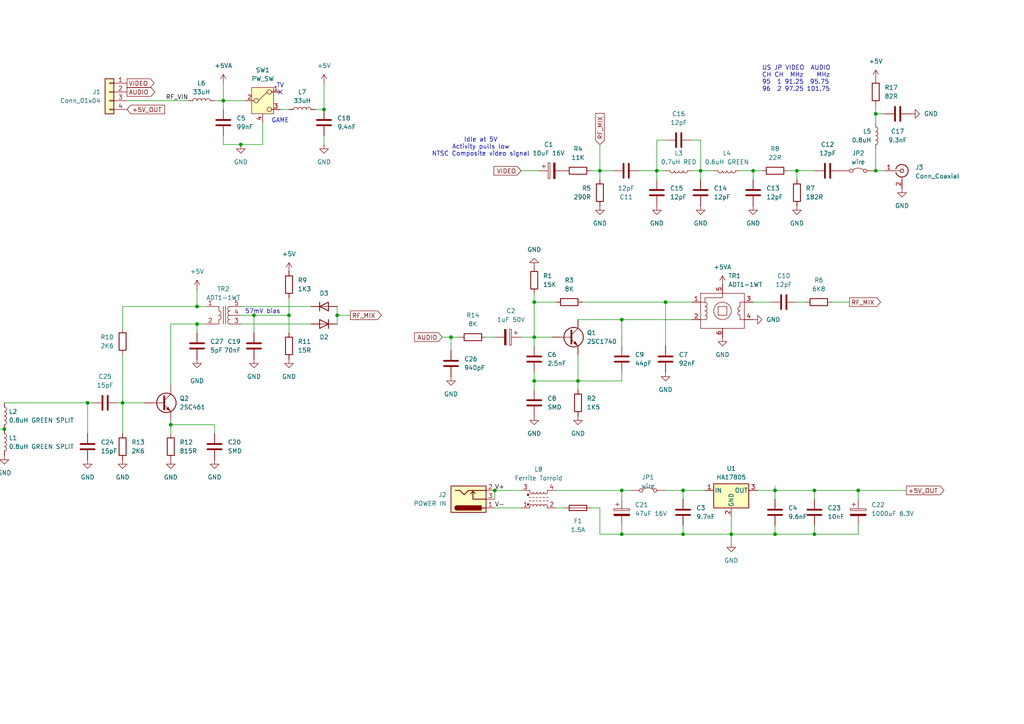
<source format=kicad_sch>
(kicad_sch (version 20250114) (generator "eeschema") (generator_version "9.0")
  (paper "A4")
  (lib_symbols
    (symbol "Connector:Barrel_Jack_Switch" (pin_names (hide yes))
      (property "Reference" "J" (at 0 5.334 0))
      (property "Value" "Barrel_Jack_Switch" (at 0 -5.08 0))
      (symbol "Barrel_Jack_Switch_0_1"
        (rectangle (start -5.08 3.81) (end 5.08 -3.81) (stroke (width 0.254)) (fill (type background)))
        (polyline (pts (xy -3.81 -2.54) (xy -2.54 -2.54) (xy -1.27 -1.27) (xy 0 -2.54) (xy 2.54 -2.54) (xy 5.08 -2.54)) (stroke (width 0.254)))
        (arc (start -3.302 1.905) (mid -3.9343 2.54) (end -3.302 3.175) (stroke (width 0.254)))
        (arc (start -3.302 1.905) (mid -3.9343 2.54) (end -3.302 3.175) (stroke (width 0.254)) (fill (type outline)))
        (polyline (pts (xy 1.27 -2.286) (xy 1.905 -1.651)) (stroke (width 0.254)))
        (rectangle (start 3.683 3.175) (end -3.302 1.905) (stroke (width 0.254)) (fill (type outline)))
        (polyline (pts (xy 5.08 2.54) (xy 3.81 2.54)) (stroke (width 0.254)))
        (polyline (pts (xy 5.08 0) (xy 1.27 0) (xy 1.27 -2.286) (xy 0.635 -1.651)) (stroke (width 0.254)))
      )
      (symbol "Barrel_Jack_Switch_1_1"
        (pin passive line (at 7.62 2.54 180) (length 2.54) (name "~") (number "1"))
        (pin passive line (at 7.62 0 180) (length 2.54) (name "~") (number "3"))
        (pin passive line (at 7.62 -2.54 180) (length 2.54) (name "~") (number "2"))
      )
    )
    (symbol "Connector:Conn_Coaxial" (pin_names (offset 1.016) (hide yes))
      (property "Reference" "J" (at 0.254 3.048 0))
      (property "Value" "Conn_Coaxial" (at 2.921 0 90))
      (symbol "Conn_Coaxial_0_1"
        (polyline (pts (xy -2.54 0) (xy -0.508 0)))
        (arc (start 1.778 0) (mid 0.222 -1.8079) (end -1.778 -0.508) (stroke (width 0.254)))
        (arc (start -1.778 0.508) (mid 0.2221 1.8084) (end 1.778 0) (stroke (width 0.254)))
        (circle (center 0 0) (radius 0.508) (stroke (width 0.2032)))
        (polyline (pts (xy 0 -2.54) (xy 0 -1.778)))
      )
      (symbol "Conn_Coaxial_1_1"
        (pin passive line (at -5.08 0 0) (length 2.54) (name "In") (number "1"))
        (pin passive line (at 0 -5.08 90) (length 2.54) (name "Ext") (number "2"))
      )
    )
    (symbol "Connector_Generic:Conn_01x04" (pin_names (offset 1.016) (hide yes))
      (property "Reference" "J" (at 0 5.08 0))
      (property "Value" "Conn_01x04" (at 0 -7.62 0))
      (symbol "Conn_01x04_1_1"
        (rectangle (start -1.27 3.81) (end 1.27 -6.35) (stroke (width 0.254)) (fill (type background)))
        (rectangle (start -1.27 2.667) (end 0 2.413) (stroke (width 0.1524)))
        (rectangle (start -1.27 0.127) (end 0 -0.127) (stroke (width 0.1524)))
        (rectangle (start -1.27 -2.413) (end 0 -2.667) (stroke (width 0.1524)))
        (rectangle (start -1.27 -4.953) (end 0 -5.207) (stroke (width 0.1524)))
        (pin passive line (at -5.08 2.54 0) (length 3.81) (name "Pin_1") (number "1"))
        (pin passive line (at -5.08 0 0) (length 3.81) (name "Pin_2") (number "2"))
        (pin passive line (at -5.08 -2.54 0) (length 3.81) (name "Pin_3") (number "3"))
        (pin passive line (at -5.08 -5.08 0) (length 3.81) (name "Pin_4") (number "4"))
      )
    )
    (symbol "Device:C" (pin_numbers (hide yes)) (pin_names (offset 0.254))
      (property "Reference" "C" (at 0.635 2.54 0))
      (property "Value" "C" (at 0.635 -2.54 0))
      (symbol "C_0_1"
        (polyline (pts (xy -2.032 0.762) (xy 2.032 0.762)) (stroke (width 0.508)))
        (polyline (pts (xy -2.032 -0.762) (xy 2.032 -0.762)) (stroke (width 0.508)))
      )
      (symbol "C_1_1"
        (pin passive line (at 0 3.81 270) (length 2.794) (name "~") (number "1"))
        (pin passive line (at 0 -3.81 90) (length 2.794) (name "~") (number "2"))
      )
    )
    (symbol "Device:C_Polarized" (pin_numbers (hide yes)) (pin_names (offset 0.254))
      (property "Reference" "C" (at 0.635 2.54 0))
      (property "Value" "C_Polarized" (at 0.635 -2.54 0))
      (symbol "C_Polarized_0_1"
        (rectangle (start -2.286 0.508) (end 2.286 1.016))
        (polyline (pts (xy -1.778 2.286) (xy -0.762 2.286)))
        (polyline (pts (xy -1.27 2.794) (xy -1.27 1.778)))
        (rectangle (start 2.286 -0.508) (end -2.286 -1.016) (fill (type outline)))
      )
      (symbol "C_Polarized_1_1"
        (pin passive line (at 0 3.81 270) (length 2.794) (name "~") (number "1"))
        (pin passive line (at 0 -3.81 90) (length 2.794) (name "~") (number "2"))
      )
    )
    (symbol "Device:D" (pin_numbers (hide yes)) (pin_names (offset 1.016) (hide yes))
      (property "Reference" "D" (at 0 2.54 0))
      (property "Value" "D" (at 0 -2.54 0))
      (symbol "D_0_1"
        (polyline (pts (xy -1.27 1.27) (xy -1.27 -1.27)) (stroke (width 0.254)))
        (polyline (pts (xy 1.27 1.27) (xy 1.27 -1.27) (xy -1.27 0) (xy 1.27 1.27)) (stroke (width 0.254)))
        (polyline (pts (xy 1.27 0) (xy -1.27 0)))
      )
      (symbol "D_1_1"
        (pin passive line (at -3.81 0 0) (length 2.54) (name "K") (number "1"))
        (pin passive line (at 3.81 0 180) (length 2.54) (name "A") (number "2"))
      )
    )
    (symbol "Device:Fuse" (pin_numbers (hide yes)) (pin_names (offset 0))
      (property "Reference" "F" (at 2.032 0 90))
      (property "Value" "Fuse" (at -1.905 0 90))
      (symbol "Fuse_0_1"
        (rectangle (start -0.762 -2.54) (end 0.762 2.54) (stroke (width 0.254)))
        (polyline (pts (xy 0 2.54) (xy 0 -2.54)))
      )
      (symbol "Fuse_1_1"
        (pin passive line (at 0 3.81 270) (length 1.27) (name "~") (number "1"))
        (pin passive line (at 0 -3.81 90) (length 1.27) (name "~") (number "2"))
      )
    )
    (symbol "Device:L" (pin_numbers (hide yes)) (pin_names (offset 1.016) (hide yes))
      (property "Reference" "L" (at -1.27 0 90))
      (property "Value" "L" (at 1.905 0 90))
      (symbol "L_0_1"
        (arc (start 0 2.54) (mid 0.6323 1.905) (end 0 1.27))
        (arc (start 0 1.27) (mid 0.6323 0.635) (end 0 0))
        (arc (start 0 0) (mid 0.6323 -0.635) (end 0 -1.27))
        (arc (start 0 -1.27) (mid 0.6323 -1.905) (end 0 -2.54))
      )
      (symbol "L_1_1"
        (pin passive line (at 0 3.81 270) (length 1.27) (name "1") (number "1"))
        (pin passive line (at 0 -3.81 90) (length 1.27) (name "2") (number "2"))
      )
    )
    (symbol "Device:L_Ferrite_Coupled" (pin_names (offset 0.254) (hide yes))
      (property "Reference" "L" (at 0 4.445 0))
      (property "Value" "L_Ferrite_Coupled" (at 0 -4.445 0))
      (symbol "L_Ferrite_Coupled_0_1"
        (circle (center -3.048 1.524) (radius 0.254) (fill (type outline)))
        (circle (center -3.048 -1.27) (radius 0.254) (fill (type outline)))
        (polyline (pts (xy -2.794 0.508) (xy -2.286 0.508)))
        (polyline (pts (xy -2.794 -0.508) (xy -2.286 -0.508)))
        (polyline (pts (xy -2.54 2.032) (xy -2.54 2.54)))
        (polyline (pts (xy -2.54 -2.032) (xy -2.54 -2.54)))
        (arc (start -1.524 2.032) (mid -2.032 1.5262) (end -2.54 2.032))
        (arc (start -2.54 -2.032) (mid -2.032 -1.5262) (end -1.524 -2.032))
        (polyline (pts (xy -1.778 0.508) (xy -1.27 0.508)))
        (polyline (pts (xy -1.778 -0.508) (xy -1.27 -0.508)))
        (arc (start -0.508 2.032) (mid -1.016 1.5262) (end -1.524 2.032))
        (arc (start -1.524 -2.032) (mid -1.016 -1.5262) (end -0.508 -2.032))
        (polyline (pts (xy -0.762 0.508) (xy -0.254 0.508)))
        (polyline (pts (xy -0.762 -0.508) (xy -0.254 -0.508)))
        (arc (start 0.508 2.032) (mid 0 1.5262) (end -0.508 2.032))
        (arc (start -0.508 -2.032) (mid 0 -1.5262) (end 0.508 -2.032))
        (polyline (pts (xy 0.254 0.508) (xy 0.762 0.508)))
        (polyline (pts (xy 0.254 -0.508) (xy 0.762 -0.508)))
        (arc (start 1.524 2.032) (mid 1.016 1.5262) (end 0.508 2.032))
        (arc (start 0.508 -2.032) (mid 1.016 -1.5262) (end 1.524 -2.032))
        (polyline (pts (xy 1.27 0.508) (xy 1.778 0.508)))
        (polyline (pts (xy 1.27 -0.508) (xy 1.778 -0.508)))
        (arc (start 2.54 2.032) (mid 2.032 1.5262) (end 1.524 2.032))
        (arc (start 1.524 -2.032) (mid 2.032 -1.5262) (end 2.54 -2.032))
        (polyline (pts (xy 2.286 0.508) (xy 2.794 0.508)))
        (polyline (pts (xy 2.286 -0.508) (xy 2.794 -0.508)))
        (polyline (pts (xy 2.54 2.54) (xy 2.54 2.032)))
        (polyline (pts (xy 2.54 -2.032) (xy 2.54 -2.54)))
      )
      (symbol "L_Ferrite_Coupled_1_1"
        (pin passive line (at -5.08 2.54 0) (length 2.54) (name "1") (number "1"))
        (pin passive line (at -5.08 -2.54 0) (length 2.54) (name "3") (number "3"))
        (pin passive line (at 5.08 2.54 180) (length 2.54) (name "2") (number "2"))
        (pin passive line (at 5.08 -2.54 180) (length 2.54) (name "4") (number "4"))
      )
    )
    (symbol "Device:Q_NPN" (pin_numbers (hide yes)) (pin_names (offset 0) (hide yes))
      (property "Reference" "Q" (at 5.08 1.27 0))
      (property "Value" "Q_NPN" (at 5.08 -1.27 0))
      (symbol "Q_NPN_0_1"
        (polyline (pts (xy -2.54 0) (xy 0.635 0)))
        (polyline (pts (xy 0.635 1.905) (xy 0.635 -1.905)) (stroke (width 0.508)))
        (polyline (pts (xy 0.635 0.635) (xy 2.54 2.54)))
        (polyline (pts (xy 0.635 -0.635) (xy 2.54 -2.54)))
        (circle (center 1.27 0) (radius 2.8194) (stroke (width 0.254)))
        (polyline (pts (xy 1.27 -1.778) (xy 1.778 -1.27) (xy 2.286 -2.286) (xy 1.27 -1.778)) (fill (type outline)))
      )
      (symbol "Q_NPN_1_1"
        (pin input line (at -5.08 0 0) (length 2.54) (name "B") (number "B"))
        (pin passive line (at 2.54 5.08 270) (length 2.54) (name "C") (number "C"))
        (pin passive line (at 2.54 -5.08 90) (length 2.54) (name "E") (number "E"))
      )
    )
    (symbol "Device:R" (pin_numbers (hide yes)) (pin_names (offset 0))
      (property "Reference" "R" (at 2.032 0 90))
      (property "Value" "R" (at 0 0 90))
      (symbol "R_0_1"
        (rectangle (start -1.016 -2.54) (end 1.016 2.54) (stroke (width 0.254)))
      )
      (symbol "R_1_1"
        (pin passive line (at 0 3.81 270) (length 1.27) (name "~") (number "1"))
        (pin passive line (at 0 -3.81 90) (length 1.27) (name "~") (number "2"))
      )
    )
    (symbol "Jumper:Jumper_2_Bridged" (pin_numbers (hide yes)) (pin_names (offset 0) (hide yes))
      (property "Reference" "JP" (at 0 1.905 0))
      (property "Value" "Jumper_2_Bridged" (at 0 -2.54 0))
      (symbol "Jumper_2_Bridged_0_0"
        (circle (center -2.032 0) (radius 0.508))
        (circle (center 2.032 0) (radius 0.508))
      )
      (symbol "Jumper_2_Bridged_0_1"
        (arc (start -1.524 0.254) (mid 0 0.762) (end 1.524 0.254))
      )
      (symbol "Jumper_2_Bridged_1_1"
        (pin passive line (at -5.08 0 0) (length 2.54) (name "A") (number "1"))
        (pin passive line (at 5.08 0 180) (length 2.54) (name "B") (number "2"))
      )
    )
    (symbol "Regulator_Linear:L7805" (pin_names (offset 0.254))
      (property "Reference" "U" (at -3.81 3.175 0))
      (property "Value" "L7805" (at 0 3.175 0))
      (symbol "L7805_0_1"
        (rectangle (start -5.08 1.905) (end 5.08 -5.08) (stroke (width 0.254)) (fill (type background)))
      )
      (symbol "L7805_1_1"
        (pin power_in line (at -7.62 0 0) (length 2.54) (name "IN") (number "1"))
        (pin power_in line (at 0 -7.62 90) (length 2.54) (name "GND") (number "2"))
        (pin power_out line (at 7.62 0 180) (length 2.54) (name "OUT") (number "3"))
      )
    )
    (symbol "nintendo:inductor_variable"
      (property "Reference" "T" (at 11.176 4.318 0))
      (symbol "inductor_variable_0_0"
        (pin passive line (at -2.54 0 0) (length 2.54) (name "") (number "1"))
        (pin passive line (at -2.54 -5.08 0) (length 2.54) (name "") (number "2"))
        (pin passive line (at 6.35 5.08 270) (length 2.54) (name "") (number "5"))
        (pin passive line (at 6.35 -10.16 90) (length 2.54) (name "") (number "6"))
        (pin passive line (at 15.24 0 180) (length 2.54) (name "") (number "3"))
        (pin passive line (at 15.24 -5.08 180) (length 2.54) (name "") (number "4"))
      )
      (symbol "inductor_variable_0_1"
        (rectangle (start 0 2.54) (end 12.7 -7.62))
        (polyline (pts (xy 0 0) (xy 1.27 0)))
        (polyline (pts (xy 0 -5.08) (xy 1.27 -5.08)))
        (arc (start 1.27 0) (mid 1.905 -0.635) (end 1.27 -1.27))
        (arc (start 1.27 -1.27) (mid 1.905 -1.905) (end 1.27 -2.54))
        (arc (start 1.27 -2.54) (mid 1.905 -3.175) (end 1.27 -3.81))
        (arc (start 1.27 -3.81) (mid 1.905 -4.445) (end 1.27 -5.08))
        (rectangle (start 5.08 -1.27) (end 7.62 -3.81))
        (polyline (pts (xy 6.35 2.54) (xy 6.35 1.27) (xy 1.27 1.27) (xy 1.27 0)))
        (circle (center 6.35 -2.54) (radius 2.54))
        (polyline (pts (xy 11.43 0) (xy 11.43 -1.27)))
        (arc (start 11.43 -2.54) (mid 10.795 -1.905) (end 11.43 -1.27))
        (arc (start 11.43 -3.81) (mid 10.795 -3.175) (end 11.43 -2.54))
        (polyline (pts (xy 11.43 -3.81) (xy 11.43 -5.08)))
        (polyline (pts (xy 12.7 0) (xy 11.43 0)))
        (polyline (pts (xy 12.7 -5.08) (xy 11.43 -5.08)))
      )
    )
    (symbol "nintendo:sw_spdt_mounting_holes"
      (property "Reference" "SW" (at 0 6.858 0))
      (symbol "sw_spdt_mounting_holes_0_0"
        (pin passive line (at -5.08 -3.81 0) (length 2.54) (name "") (number "2"))
        (pin passive line (at 0 -10.16 90) (length 2.54) (name "") (number "4"))
        (pin passive line (at 5.08 -1.27 180) (length 2.54) (name "") (number "1"))
        (pin passive line (at 5.08 -6.35 180) (length 2.54) (name "") (number "3"))
      )
      (symbol "sw_spdt_mounting_holes_0_1"
        (circle (center -1.905 -3.81) (radius 0.635))
        (polyline (pts (xy -1.27 -3.81) (xy 1.27 -1.27)))
        (circle (center 1.905 -1.27) (radius 0.635))
        (circle (center 1.905 -6.35) (radius 0.635))
      )
      (symbol "sw_spdt_mounting_holes_1_1"
        (rectangle (start -3.175 0) (end 3.175 -7.62) (fill (type background)))
      )
    )
    (symbol "nintendo:transformer_centertap"
      (property "Reference" "T" (at 0 2.667 0))
      (symbol "transformer_centertap_0_0"
        (pin passive line (at -2.54 -1.27 0) (length 2.54) (name "") (number "2"))
        (pin passive line (at -2.54 -6.35 0) (length 2.54) (name "") (number "1"))
        (pin passive line (at 7.62 -1.27 180) (length 2.54) (name "") (number "3"))
        (pin passive line (at 7.62 -3.81 180) (length 2.54) (name "") (number "4"))
        (pin passive line (at 7.62 -6.35 180) (length 2.54) (name "") (number "5"))
      )
      (symbol "transformer_centertap_0_1"
        (polyline (pts (xy 1.27 -2.54) (xy 1.27 -1.27) (xy 0 -1.27)))
        (arc (start 1.27 -2.54) (mid 1.905 -3.175) (end 1.27 -3.81))
        (arc (start 1.27 -3.81) (mid 1.905 -4.445) (end 1.27 -5.08))
        (polyline (pts (xy 1.27 -5.08) (xy 1.27 -6.35) (xy 0 -6.35)))
        (polyline (pts (xy 2.54 -1.27) (xy 2.54 -6.35)))
        (polyline (pts (xy 3.175 -1.27) (xy 3.175 -6.35)))
        (arc (start 4.445 -2.54) (mid 3.81 -1.905) (end 4.445 -1.27))
        (arc (start 4.445 -3.81) (mid 3.81 -3.175) (end 4.445 -2.54))
        (arc (start 4.445 -5.08) (mid 3.81 -4.445) (end 4.445 -3.81))
        (arc (start 4.445 -6.35) (mid 3.81 -5.715) (end 4.445 -5.08))
        (polyline (pts (xy 5.08 -1.27) (xy 4.445 -1.27)))
        (polyline (pts (xy 5.08 -3.81) (xy 4.445 -3.81)))
        (polyline (pts (xy 5.08 -6.35) (xy 4.445 -6.35)))
      )
    )
    (symbol "power:+5V" (power) (pin_numbers (hide yes)) (pin_names (offset 0) (hide yes))
      (property "Value" "+5V" (at 0 3.556 0))
      (symbol "+5V_0_1"
        (polyline (pts (xy -0.762 1.27) (xy 0 2.54)))
        (polyline (pts (xy 0 2.54) (xy 0.762 1.27)))
        (polyline (pts (xy 0 0) (xy 0 2.54)))
      )
      (symbol "+5V_1_1"
        (pin power_in line (at 0 0 90) (length 0) (name "~") (number "1"))
      )
    )
    (symbol "power:+5VA" (power) (pin_numbers (hide yes)) (pin_names (offset 0) (hide yes))
      (property "Value" "+5VA" (at 0 3.556 0))
      (symbol "+5VA_0_1"
        (polyline (pts (xy -0.762 1.27) (xy 0 2.54)))
        (polyline (pts (xy 0 2.54) (xy 0.762 1.27)))
        (polyline (pts (xy 0 0) (xy 0 2.54)))
      )
      (symbol "+5VA_1_1"
        (pin power_in line (at 0 0 90) (length 0) (name "~") (number "1"))
      )
    )
    (symbol "power:GND" (power) (pin_numbers (hide yes)) (pin_names (offset 0) (hide yes))
      (property "Value" "GND" (at 0 -3.81 0))
      (symbol "GND_0_1"
        (polyline (pts (xy 0 0) (xy 0 -1.27) (xy 1.27 -1.27) (xy 0 -2.54) (xy -1.27 -1.27) (xy 0 -1.27)))
      )
      (symbol "GND_1_1"
        (pin power_in line (at 0 0 270) (length 0) (name "~") (number "1"))
      )
    )
  )
  (text "CH2" (at -7.62 126.492 0) (effects (font (size 1.27 1.27))))
  (text "57mV bias" (at 76.2 90.424 0) (effects (font (size 1.27 1.27))))
  (text "US JP VIDEO  AUDIO\nCH CH  MHz    MHz\n95  1 91.25  95.75\n96  2 97.25 101.75" (at 220.98 22.86 0) (effects (font (size 1.27 1.27)) (justify left)))
  (text "CH1" (at -7.112 116.332 0) (effects (font (size 1.27 1.27))))
  (text "TV" (at 81.28 24.892 0) (effects (font (size 1.27 1.27))))
  (text "GAME" (at 81.28 35.052 0) (effects (font (size 1.27 1.27))))
  (text "Idle at 5V\nActivity pulls low\nNTSC Composite video signal" (at 139.446 42.672 0) (effects (font (size 1.27 1.27))))
  (junction (at 154.94 97.79))
  (junction (at 130.81 97.79))
  (junction (at 25.4 116.84))
  (junction (at 73.66 91.44))
  (junction (at 248.92 142.24))
  (junction (at 236.22 142.24))
  (junction (at 83.82 91.44))
  (junction (at 64.77 29.21))
  (junction (at 180.34 92.71))
  (junction (at 35.56 116.84))
  (junction (at 254 49.53))
  (junction (at 167.64 110.49))
  (junction (at 173.99 49.53))
  (junction (at 236.22 154.94))
  (junction (at 180.34 154.94))
  (junction (at 190.5 49.53))
  (junction (at 224.79 154.94))
  (junction (at 231.14 49.53))
  (junction (at 203.2 49.53))
  (junction (at 49.53 123.19))
  (junction (at 212.09 154.94))
  (junction (at 93.98 31.75))
  (junction (at 198.12 154.94))
  (junction (at 1.27 124.46))
  (junction (at 57.15 93.98))
  (junction (at 218.44 49.53))
  (junction (at 198.12 142.24))
  (junction (at 154.94 110.49))
  (junction (at 57.15 88.9))
  (junction (at 154.94 87.63))
  (junction (at 193.04 87.63))
  (junction (at 143.51 142.24))
  (junction (at 69.85 41.91))
  (junction (at 254 33.02))
  (junction (at 180.34 142.24))
  (junction (at 97.79 91.44))
  (junction (at 224.79 142.24))
  (no_connect (at 81.28 26.67))
  (wire (pts (xy 73.66 91.44) (xy 73.66 96.52)))
  (wire (pts (xy 173.99 154.94) (xy 180.34 154.94)))
  (wire (pts (xy 167.64 110.49) (xy 167.64 113.03)))
  (wire (pts (xy 180.34 92.71) (xy 200.66 92.71)))
  (wire (pts (xy 254 33.02) (xy 254 35.56)))
  (wire (pts (xy 161.29 147.32) (xy 163.83 147.32)))
  (wire (pts (xy 64.77 29.21) (xy 64.77 31.75)))
  (wire (pts (xy 200.66 49.53) (xy 203.2 49.53)))
  (wire (pts (xy 49.53 123.19) (xy 62.23 123.19)))
  (wire (pts (xy 248.92 142.24) (xy 262.89 142.24)))
  (wire (pts (xy 173.99 52.07) (xy 173.99 49.53)))
  (wire (pts (xy 154.94 97.79) (xy 160.02 97.79)))
  (wire (pts (xy 57.15 88.9) (xy 57.15 83.82)))
  (wire (pts (xy 224.79 142.24) (xy 219.71 142.24)))
  (wire (pts (xy 248.92 154.94) (xy 248.92 152.4)))
  (wire (pts (xy 76.2 35.56) (xy 76.2 41.91)))
  (wire (pts (xy 154.94 87.63) (xy 161.29 87.63)))
  (wire (pts (xy 203.2 52.07) (xy 203.2 49.53)))
  (wire (pts (xy 173.99 147.32) (xy 173.99 154.94)))
  (wire (pts (xy 236.22 142.24) (xy 224.79 142.24)))
  (wire (pts (xy 49.53 121.92) (xy 49.53 123.19)))
  (wire (pts (xy 154.94 87.63) (xy 154.94 97.79)))
  (wire (pts (xy 97.79 91.44) (xy 97.79 93.98)))
  (wire (pts (xy 161.29 142.24) (xy 180.34 142.24)))
  (wire (pts (xy 180.34 110.49) (xy 167.64 110.49)))
  (wire (pts (xy 185.42 49.53) (xy 190.5 49.53)))
  (wire (pts (xy 173.99 147.32) (xy 171.45 147.32)))
  (wire (pts (xy 193.04 40.64) (xy 190.5 40.64)))
  (wire (pts (xy 130.81 97.79) (xy 130.81 101.6)))
  (wire (pts (xy 218.44 52.07) (xy 218.44 49.53)))
  (wire (pts (xy 133.35 97.79) (xy 130.81 97.79)))
  (wire (pts (xy 190.5 40.64) (xy 190.5 49.53)))
  (wire (pts (xy 236.22 154.94) (xy 236.22 152.4)))
  (wire (pts (xy 154.94 107.95) (xy 154.94 110.49)))
  (wire (pts (xy 168.91 87.63) (xy 193.04 87.63)))
  (wire (pts (xy 212.09 149.86) (xy 212.09 154.94)))
  (wire (pts (xy 93.98 41.91) (xy 93.98 39.37)))
  (wire (pts (xy 62.23 123.19) (xy 62.23 125.73)))
  (wire (pts (xy 49.53 93.98) (xy 49.53 111.76)))
  (wire (pts (xy 167.64 102.87) (xy 167.64 110.49)))
  (wire (pts (xy 90.17 88.9) (xy 69.85 88.9)))
  (wire (pts (xy 64.77 24.13) (xy 64.77 29.21)))
  (wire (pts (xy 59.69 88.9) (xy 57.15 88.9)))
  (wire (pts (xy 241.3 87.63) (xy 246.38 87.63)))
  (wire (pts (xy 69.85 91.44) (xy 73.66 91.44)))
  (wire (pts (xy 83.82 86.36) (xy 83.82 91.44)))
  (wire (pts (xy 57.15 93.98) (xy 59.69 93.98)))
  (wire (pts (xy 167.64 92.71) (xy 180.34 92.71)))
  (wire (pts (xy 64.77 41.91) (xy 69.85 41.91)))
  (wire (pts (xy 81.28 31.75) (xy 83.82 31.75)))
  (wire (pts (xy 1.27 116.84) (xy 25.4 116.84)))
  (wire (pts (xy 200.66 87.63) (xy 193.04 87.63)))
  (wire (pts (xy 64.77 29.21) (xy 71.12 29.21)))
  (wire (pts (xy 180.34 154.94) (xy 198.12 154.94)))
  (wire (pts (xy 49.53 93.98) (xy 57.15 93.98)))
  (wire (pts (xy 198.12 144.78) (xy 198.12 142.24)))
  (wire (pts (xy 64.77 41.91) (xy 64.77 39.37)))
  (wire (pts (xy 254 30.48) (xy 254 33.02)))
  (wire (pts (xy 140.97 97.79) (xy 143.51 97.79)))
  (wire (pts (xy 224.79 144.78) (xy 224.79 142.24)))
  (wire (pts (xy 180.34 142.24) (xy 182.88 142.24)))
  (wire (pts (xy 193.04 87.63) (xy 193.04 100.33)))
  (wire (pts (xy 154.94 85.09) (xy 154.94 87.63)))
  (wire (pts (xy 224.79 154.94) (xy 236.22 154.94)))
  (wire (pts (xy 190.5 49.53) (xy 193.04 49.53)))
  (wire (pts (xy 35.56 88.9) (xy 57.15 88.9)))
  (wire (pts (xy 218.44 49.53) (xy 220.98 49.53)))
  (wire (pts (xy 154.94 110.49) (xy 154.94 113.03)))
  (wire (pts (xy 154.94 110.49) (xy 167.64 110.49)))
  (wire (pts (xy 231.14 52.07) (xy 231.14 49.53)))
  (wire (pts (xy 254 43.18) (xy 254 49.53)))
  (wire (pts (xy 97.79 91.44) (xy 101.6 91.44)))
  (wire (pts (xy 36.83 29.21) (xy 54.61 29.21)))
  (wire (pts (xy 248.92 142.24) (xy 236.22 142.24)))
  (wire (pts (xy 224.79 154.94) (xy 224.79 152.4)))
  (wire (pts (xy 41.91 116.84) (xy 35.56 116.84)))
  (wire (pts (xy 73.66 91.44) (xy 83.82 91.44)))
  (wire (pts (xy 171.45 49.53) (xy 173.99 49.53)))
  (wire (pts (xy 254 49.53) (xy 256.54 49.53)))
  (wire (pts (xy 35.56 88.9) (xy 35.56 95.25)))
  (wire (pts (xy 25.4 116.84) (xy 25.4 125.73)))
  (wire (pts (xy 49.53 123.19) (xy 49.53 125.73)))
  (wire (pts (xy 83.82 91.44) (xy 83.82 96.52)))
  (wire (pts (xy 69.85 93.98) (xy 90.17 93.98)))
  (wire (pts (xy 69.85 41.91) (xy 76.2 41.91)))
  (wire (pts (xy 62.23 29.21) (xy 64.77 29.21)))
  (wire (pts (xy 173.99 41.91) (xy 173.99 49.53)))
  (wire (pts (xy 34.29 116.84) (xy 35.56 116.84)))
  (wire (pts (xy 143.51 147.32) (xy 151.13 147.32)))
  (wire (pts (xy 212.09 154.94) (xy 212.09 157.48)))
  (wire (pts (xy 180.34 107.95) (xy 180.34 110.49)))
  (wire (pts (xy 173.99 49.53) (xy 177.8 49.53)))
  (wire (pts (xy 203.2 40.64) (xy 203.2 49.53)))
  (wire (pts (xy 57.15 96.52) (xy 57.15 93.98)))
  (wire (pts (xy 35.56 102.87) (xy 35.56 116.84)))
  (wire (pts (xy 214.63 49.53) (xy 218.44 49.53)))
  (wire (pts (xy 151.13 97.79) (xy 154.94 97.79)))
  (wire (pts (xy 212.09 154.94) (xy 224.79 154.94)))
  (wire (pts (xy 228.6 49.53) (xy 231.14 49.53)))
  (wire (pts (xy 180.34 92.71) (xy 180.34 100.33)))
  (wire (pts (xy 143.51 144.78) (xy 143.51 142.24)))
  (wire (pts (xy 236.22 144.78) (xy 236.22 142.24)))
  (wire (pts (xy 256.54 33.02) (xy 254 33.02)))
  (wire (pts (xy 180.34 144.78) (xy 180.34 142.24)))
  (wire (pts (xy -8.89 124.46) (xy 1.27 124.46)))
  (wire (pts (xy 193.04 142.24) (xy 198.12 142.24)))
  (wire (pts (xy 224.79 140.97) (xy 224.79 142.24)))
  (wire (pts (xy 180.34 154.94) (xy 180.34 152.4)))
  (wire (pts (xy 91.44 31.75) (xy 93.98 31.75)))
  (wire (pts (xy 128.27 97.79) (xy 130.81 97.79)))
  (wire (pts (xy 97.79 88.9) (xy 97.79 91.44)))
  (wire (pts (xy 248.92 144.78) (xy 248.92 142.24)))
  (wire (pts (xy 203.2 49.53) (xy 207.01 49.53)))
  (wire (pts (xy 200.66 40.64) (xy 203.2 40.64)))
  (wire (pts (xy 156.21 49.53) (xy 151.13 49.53)))
  (wire (pts (xy 218.44 87.63) (xy 223.52 87.63)))
  (wire (pts (xy 143.51 142.24) (xy 151.13 142.24)))
  (wire (pts (xy 93.98 24.13) (xy 93.98 31.75)))
  (wire (pts (xy 236.22 154.94) (xy 248.92 154.94)))
  (wire (pts (xy 233.68 87.63) (xy 231.14 87.63)))
  (wire (pts (xy 212.09 154.94) (xy 198.12 154.94)))
  (wire (pts (xy 25.4 116.84) (xy 26.67 116.84)))
  (wire (pts (xy 190.5 52.07) (xy 190.5 49.53)))
  (wire (pts (xy 154.94 97.79) (xy 154.94 100.33)))
  (wire (pts (xy 231.14 49.53) (xy 236.22 49.53)))
  (wire (pts (xy 198.12 154.94) (xy 198.12 152.4)))
  (wire (pts (xy 35.56 116.84) (xy 35.56 125.73)))
  (wire (pts (xy 198.12 142.24) (xy 204.47 142.24)))
  (label "V+" (at 143.51 142.24 0))
  (label "V-" (at 143.51 147.32 0))
  (label "RF_VIN" (at 54.61 29.21 180))
  (global_label "VIDEO" (shape output) (at 36.83 24.13 0) (property "Intersheetrefs" "${INTERSHEET_REFS}" (effects (hide yes))))
  (global_label "RF_MIX" (shape output) (at 246.38 87.63 0) (property "Intersheetrefs" "${INTERSHEET_REFS}" (effects (hide yes))))
  (global_label "+5V_OUT" (shape input) (at 36.83 31.75 0) (property "Intersheetrefs" "${INTERSHEET_REFS}" (effects (hide yes))))
  (global_label "RF_MIX" (shape input) (at 173.99 41.91 90) (property "Intersheetrefs" "${INTERSHEET_REFS}" (effects (hide yes))))
  (global_label "AUDIO" (shape input) (at 128.27 97.79 180) (property "Intersheetrefs" "${INTERSHEET_REFS}" (effects (hide yes))))
  (global_label "+5V_OUT" (shape output) (at 262.89 142.24 0) (property "Intersheetrefs" "${INTERSHEET_REFS}" (effects (hide yes))))
  (global_label "VIDEO" (shape input) (at 151.13 49.53 180) (property "Intersheetrefs" "${INTERSHEET_REFS}" (effects (hide yes))))
  (global_label "AUDIO" (shape output) (at 36.83 26.67 0) (property "Intersheetrefs" "${INTERSHEET_REFS}" (effects (hide yes))))
  (global_label "RF_MIX" (shape output) (at 101.6 91.44 0) (property "Intersheetrefs" "${INTERSHEET_REFS}" (effects (hide yes))))
  (symbol (lib_id "power:GND") (at 190.5 59.69 0) (unit 1)
    (property "Reference" "#PWR017" (effects (hide yes)))
    (property "Value" "GND" (at 190.5 64.77 0))
    (property "Description" "Power symbol creates a global label with name \"GND\" , ground" (effects (hide yes)))
  )
  (symbol (lib_id "Device:C") (at 25.4 129.54 180) (unit 1)
    (property "Reference" "C24" (at 29.21 128.2699 0) (effects (justify right)))
    (property "Value" "15pF" (at 29.21 130.8099 0) (effects (justify right)))
    (property "Footprint" "Capacitor_SMD:C_0805_2012Metric" (effects (hide yes)))
    (property "Description" "Unpolarized capacitor" (effects (hide yes)))
  )
  (symbol (lib_id "Device:C") (at 130.81 105.41 180) (unit 1)
    (property "Reference" "C26" (at 134.62 104.1399 0) (effects (justify right)))
    (property "Value" "940pF" (at 134.62 106.6799 0) (effects (justify right)))
    (property "Footprint" "Capacitor_SMD:C_0805_2012Metric" (effects (hide yes)))
    (property "Description" "red ceramic tube capacitor" (effects (hide yes)))
  )
  (symbol (lib_id "power:GND") (at 154.94 120.65 0) (unit 1)
    (property "Reference" "#PWR08" (effects (hide yes)))
    (property "Value" "GND" (at 154.94 125.73 0))
    (property "Description" "Power symbol creates a global label with name \"GND\" , ground" (effects (hide yes)))
  )
  (symbol (lib_id "Jumper:Jumper_2_Bridged") (at 248.92 49.53 0) (unit 1)
    (property "Reference" "JP2" (at 248.92 44.45 0))
    (property "Value" "wire" (at 248.92 46.99 0))
    (property "Footprint" "nintendo:wire_5p" (effects (hide yes)))
    (property "Description" "Jumper, 2-pole, closed/bridged" (effects (hide yes)))
  )
  (symbol (lib_id "Device:L") (at 58.42 29.21 270) (mirror x) (unit 1)
    (property "Reference" "L6" (at 58.42 24.13 90))
    (property "Value" "33uH" (at 58.42 26.67 90))
    (property "Footprint" "nintendo:L_5p" (effects (hide yes)))
    (property "Description" "Inductor" (effects (hide yes)))
  )
  (symbol (lib_id "nintendo:transformer_centertap") (at 62.23 95.25 0) (mirror x) (unit 1)
    (property "Reference" "TR2" (at 64.77 83.82 0))
    (property "Value" "ADT1-1WT" (at 64.77 86.36 0))
    (property "Footprint" "nintendo:T_5pin" (effects (hide yes)))
  )
  (symbol (lib_id "Device:R") (at 254 26.67 0) (mirror y) (unit 1)
    (property "Reference" "R17" (at 256.54 25.3999 0) (effects (justify right)))
    (property "Value" "82R" (at 256.54 27.9399 0) (effects (justify right)))
    (property "Footprint" "Resistor_THT:R_Axial_DIN0207_L6.3mm_D2.5mm_P10.16mm_Horizontal" (effects (hide yes)))
    (property "Description" "Resistor" (effects (hide yes)))
  )
  (symbol (lib_id "Device:R") (at 224.79 49.53 90) (unit 1)
    (property "Reference" "R8" (at 224.79 43.18 90))
    (property "Value" "22R" (at 224.79 45.72 90))
    (property "Footprint" "Resistor_SMD:R_0805_2012Metric" (effects (hide yes)))
    (property "Description" "Resistor" (effects (hide yes)))
  )
  (symbol (lib_id "power:GND") (at 62.23 133.35 0) (unit 1)
    (property "Reference" "#PWR026" (effects (hide yes)))
    (property "Value" "GND" (at 62.23 138.43 0))
    (property "Description" "Power symbol creates a global label with name \"GND\" , ground" (effects (hide yes)))
  )
  (symbol (lib_id "Regulator_Linear:L7805") (at 212.09 142.24 0) (unit 1)
    (property "Reference" "U1" (at 212.09 135.89 0))
    (property "Value" "HA17805" (at 212.09 138.43 0))
    (property "Footprint" "nintendo:TO220-vreg" (effects (hide yes)))
    (property "Datasheet" "http://www.st.com/content/ccc/resource/technical/document/datasheet/41/4f/b3/b0/12/d4/47/88/CD00000444.pdf/files/CD00000444.pdf/jcr:content/translations/en.CD00000444.pdf" (effects (hide yes)))
    (property "Description" "Positive 1.5A 35V Linear Regulator, Fixed Output 5V, TO-220/TO-263/TO-252" (effects (hide yes)))
  )
  (symbol (lib_id "power:GND") (at 231.14 59.69 0) (unit 1)
    (property "Reference" "#PWR014" (effects (hide yes)))
    (property "Value" "GND" (at 231.14 64.77 0))
    (property "Description" "Power symbol creates a global label with name \"GND\" , ground" (effects (hide yes)))
  )
  (symbol (lib_id "Device:C") (at 198.12 148.59 0) (unit 1)
    (property "Reference" "C3" (at 201.93 147.3199 0) (effects (justify left)))
    (property "Value" "9.7nF" (at 201.93 149.8599 0) (effects (justify left)))
    (property "Footprint" "Capacitor_SMD:C_0805_2012Metric" (effects (hide yes)))
    (property "Description" "Unpolarized capacitor" (effects (hide yes)))
  )
  (symbol (lib_id "Device:C_Polarized") (at 180.34 148.59 0) (unit 1)
    (property "Reference" "C21" (at 184.15 146.4309 0) (effects (justify left)))
    (property "Value" "47uF 16V" (at 184.15 148.9709 0) (effects (justify left)))
    (property "Footprint" "nintendo:C_pol_5.5d_5p" (effects (hide yes)))
    (property "Description" "Polarized capacitor" (effects (hide yes)))
  )
  (symbol (lib_id "Device:C") (at 73.66 100.33 0) (unit 1)
    (property "Reference" "C19" (at 69.85 99.0599 0) (effects (justify right)))
    (property "Value" "70nF" (at 69.85 101.5999 0) (effects (justify right)))
    (property "Footprint" "Capacitor_SMD:C_0805_2012Metric" (effects (hide yes)))
    (property "Description" "Unpolarized capacitor" (effects (hide yes)))
  )
  (symbol (lib_id "power:GND") (at 57.15 104.14 0) (unit 1)
    (property "Reference" "#PWR032" (effects (hide yes)))
    (property "Value" "GND" (at 57.15 110.49 0))
    (property "Description" "Power symbol creates a global label with name \"GND\" , ground" (effects (hide yes)))
  )
  (symbol (lib_id "Connector:Conn_Coaxial") (at 261.62 49.53 0) (unit 1)
    (property "Reference" "J3" (at 265.43 48.5531 0) (effects (justify left)))
    (property "Value" "Conn_Coaxial" (at 265.43 51.0931 0) (effects (justify left)))
    (property "Footprint" "nintendo:rca" (effects (hide yes)))
    (property "Description" "coaxial connector (BNC, SMA, SMB, SMC, Cinch/RCA, LEMO, ...)" (effects (hide yes)))
  )
  (symbol (lib_id "Device:R") (at 137.16 97.79 90) (unit 1)
    (property "Reference" "R14" (at 137.16 91.44 90))
    (property "Value" "8K" (at 137.16 93.98 90))
    (property "Footprint" "Resistor_SMD:R_0805_2012Metric" (effects (hide yes)))
    (property "Description" "Resistor" (effects (hide yes)))
  )
  (symbol (lib_id "Connector_Generic:Conn_01x04") (at 31.75 26.67 0) (mirror y) (unit 1)
    (property "Reference" "J1" (at 29.21 26.6699 0) (effects (justify left)))
    (property "Value" "Conn_01x04" (at 29.21 29.2099 0) (effects (justify left)))
    (property "Footprint" "nintendo:conn_4pin_4p" (effects (hide yes)))
    (property "Description" "Generic connector, single row, 01x04, script generated (kicad-library-utils/schlib/autogen/connector/)" (effects (hide yes)))
  )
  (symbol (lib_id "Device:R") (at 35.56 99.06 180) (unit 1)
    (property "Reference" "R10" (at 33.02 97.7899 0) (effects (justify left)))
    (property "Value" "2K6" (at 33.02 100.3299 0) (effects (justify left)))
    (property "Footprint" "Resistor_SMD:R_0805_2012Metric" (effects (hide yes)))
    (property "Description" "Resistor" (effects (hide yes)))
  )
  (symbol (lib_id "Device:C") (at 62.23 129.54 180) (unit 1)
    (property "Reference" "C20" (at 66.04 128.2699 0) (effects (justify right)))
    (property "Value" "SMD" (at 66.04 130.8099 0) (effects (justify right)))
    (property "Footprint" "Capacitor_SMD:C_0805_2012Metric" (effects (hide yes)))
    (property "Description" "Unpolarized capacitor" (effects (hide yes)))
  )
  (symbol (lib_id "Device:R") (at 83.82 82.55 0) (unit 1)
    (property "Reference" "R9" (at 86.36 81.2799 0) (effects (justify left)))
    (property "Value" "1K3" (at 86.36 83.8199 0) (effects (justify left)))
    (property "Footprint" "Resistor_SMD:R_0805_2012Metric" (effects (hide yes)))
    (property "Description" "Resistor" (effects (hide yes)))
  )
  (symbol (lib_id "power:GND") (at 203.2 59.69 0) (unit 1)
    (property "Reference" "#PWR016" (effects (hide yes)))
    (property "Value" "GND" (at 203.2 64.77 0))
    (property "Description" "Power symbol creates a global label with name \"GND\" , ground" (effects (hide yes)))
  )
  (symbol (lib_id "power:GND") (at 73.66 104.14 0) (unit 1)
    (property "Reference" "#PWR021" (effects (hide yes)))
    (property "Value" "GND" (at 73.66 109.22 0))
    (property "Description" "Power symbol creates a global label with name \"GND\" , ground" (effects (hide yes)))
  )
  (symbol (lib_id "Device:R") (at 231.14 55.88 0) (unit 1)
    (property "Reference" "R7" (at 233.68 54.6099 0) (effects (justify left)))
    (property "Value" "182R" (at 233.68 57.1499 0) (effects (justify left)))
    (property "Footprint" "Resistor_SMD:R_0805_2012Metric" (effects (hide yes)))
    (property "Description" "Resistor" (effects (hide yes)))
  )
  (symbol (lib_id "Device:R") (at 154.94 81.28 0) (unit 1)
    (property "Reference" "R1" (at 157.48 80.0099 0) (effects (justify left)))
    (property "Value" "15K" (at 157.48 82.5499 0) (effects (justify left)))
    (property "Footprint" "Resistor_SMD:R_0805_2012Metric" (effects (hide yes)))
    (property "Description" "Resistor" (effects (hide yes)))
  )
  (symbol (lib_id "Device:R") (at 237.49 87.63 270) (unit 1)
    (property "Reference" "R6" (at 237.49 81.28 90))
    (property "Value" "6K8" (at 237.49 83.82 90))
    (property "Footprint" "Resistor_THT:R_Axial_DIN0204_L3.6mm_D1.6mm_P5.08mm_Horizontal" (effects (hide yes)))
    (property "Description" "Resistor" (effects (hide yes)))
  )
  (symbol (lib_id "power:GND") (at 264.16 33.02 90) (mirror x) (unit 1)
    (property "Reference" "#PWR018" (effects (hide yes)))
    (property "Value" "GND" (at 267.97 33.0199 90) (effects (justify right)))
    (property "Description" "Power symbol creates a global label with name \"GND\" , ground" (effects (hide yes)))
  )
  (symbol (lib_id "Device:C") (at 180.34 104.14 180) (unit 1)
    (property "Reference" "C9" (at 184.15 102.8699 0) (effects (justify right)))
    (property "Value" "44pF" (at 184.15 105.4099 0) (effects (justify right)))
    (property "Footprint" "Capacitor_SMD:C_0805_2012Metric" (effects (hide yes)))
    (property "Description" "Unpolarized capacitor" (effects (hide yes)))
  )
  (symbol (lib_id "power:+5V") (at 254 22.86 0) (mirror y) (unit 1)
    (property "Reference" "#PWR033" (effects (hide yes)))
    (property "Value" "+5V" (at 254 17.78 0))
    (property "Description" "Power symbol creates a global label with name \"+5V\"" (effects (hide yes)))
  )
  (symbol (lib_id "Device:C") (at 30.48 116.84 90) (unit 1)
    (property "Reference" "C25" (at 30.48 109.22 90))
    (property "Value" "15pF" (at 30.48 111.76 90))
    (property "Footprint" "Capacitor_SMD:C_0805_2012Metric" (effects (hide yes)))
    (property "Description" "Unpolarized capacitor" (effects (hide yes)))
  )
  (symbol (lib_id "power:GND") (at 93.98 41.91 0) (unit 1)
    (property "Reference" "#PWR019" (effects (hide yes)))
    (property "Value" "GND" (at 93.98 46.99 0))
    (property "Description" "Power symbol creates a global label with name \"GND\" , ground" (effects (hide yes)))
  )
  (symbol (lib_id "Device:C") (at 154.94 104.14 0) (unit 1)
    (property "Reference" "C6" (at 158.75 102.8699 0) (effects (justify left)))
    (property "Value" "2.5nF" (at 158.75 105.4099 0) (effects (justify left)))
    (property "Footprint" "Capacitor_SMD:C_0805_2012Metric" (effects (hide yes)))
    (property "Description" "Unpolarized capacitor" (effects (hide yes)))
  )
  (symbol (lib_id "Device:C_Polarized") (at 248.92 148.59 0) (unit 1)
    (property "Reference" "C22" (at 252.73 146.4309 0) (effects (justify left)))
    (property "Value" "1000uF 6.3V" (at 252.73 148.9709 0) (effects (justify left)))
    (property "Footprint" "nintendo:C_pol_10.5d_5p" (effects (hide yes)))
    (property "Description" "Polarized capacitor" (effects (hide yes)))
  )
  (symbol (lib_id "power:GND") (at 261.62 54.61 0) (unit 1)
    (property "Reference" "#PWR013" (effects (hide yes)))
    (property "Value" "GND" (at 261.62 59.69 0))
    (property "Description" "Power symbol creates a global label with name \"GND\" , ground" (effects (hide yes)))
  )
  (symbol (lib_id "power:GND") (at 209.55 97.79 0) (unit 1)
    (property "Reference" "#PWR030" (effects (hide yes)))
    (property "Value" "GND" (at 209.55 102.87 0))
    (property "Description" "Power symbol creates a global label with name \"GND\" , ground" (effects (hide yes)))
  )
  (symbol (lib_id "Device:C") (at 260.35 33.02 270) (mirror x) (unit 1)
    (property "Reference" "C17" (at 260.35 38.1 90))
    (property "Value" "9.3nF" (at 260.35 40.64 90))
    (property "Footprint" "Capacitor_SMD:C_0805_2012Metric" (effects (hide yes)))
    (property "Description" "ceramic capacitor" (effects (hide yes)))
  )
  (symbol (lib_id "Connector:Barrel_Jack_Switch") (at 135.89 144.78 0) (mirror x) (unit 1)
    (property "Reference" "J2" (at 129.54 143.5099 0) (effects (justify right)))
    (property "Value" "POWER IN" (at 129.54 146.0499 0) (effects (justify right)))
    (property "Footprint" "nintendo:barrel_connector" (effects (hide yes)))
    (property "Description" "DC Barrel Jack with an internal switch" (effects (hide yes)))
  )
  (symbol (lib_id "power:GND") (at 218.44 59.69 0) (unit 1)
    (property "Reference" "#PWR015" (effects (hide yes)))
    (property "Value" "GND" (at 218.44 64.77 0))
    (property "Description" "Power symbol creates a global label with name \"GND\" , ground" (effects (hide yes)))
  )
  (symbol (lib_id "power:GND") (at -19.05 121.92 270) (unit 1)
    (property "Reference" "#PWR024" (effects (hide yes)))
    (property "Value" "GND" (at -22.86 121.9199 90) (effects (justify right)))
    (property "Description" "Power symbol creates a global label with name \"GND\" , ground" (effects (hide yes)))
  )
  (symbol (lib_id "power:GND") (at 1.27 132.08 0) (unit 1)
    (property "Reference" "#PWR022" (effects (hide yes)))
    (property "Value" "GND" (at 1.27 137.16 0))
    (property "Description" "Power symbol creates a global label with name \"GND\" , ground" (effects (hide yes)))
  )
  (symbol (lib_id "Device:C") (at 218.44 55.88 180) (unit 1)
    (property "Reference" "C13" (at 222.25 54.6099 0) (effects (justify right)))
    (property "Value" "12pF" (at 222.25 57.1499 0) (effects (justify right)))
    (property "Footprint" "Capacitor_SMD:C_0805_2012Metric" (effects (hide yes)))
    (property "Description" "blue ceramic tube capacitor" (effects (hide yes)))
  )
  (symbol (lib_id "Device:R") (at 83.82 100.33 0) (unit 1)
    (property "Reference" "R11" (at 86.36 99.0599 0) (effects (justify left)))
    (property "Value" "15R" (at 86.36 101.5999 0) (effects (justify left)))
    (property "Footprint" "Resistor_SMD:R_0805_2012Metric" (effects (hide yes)))
    (property "Description" "Resistor" (effects (hide yes)))
  )
  (symbol (lib_id "Device:C") (at 93.98 35.56 0) (unit 1)
    (property "Reference" "C18" (at 97.79 34.2899 0) (effects (justify left)))
    (property "Value" "9.4nF" (at 97.79 36.8299 0) (effects (justify left)))
    (property "Footprint" "Capacitor_SMD:C_0805_2012Metric" (effects (hide yes)))
    (property "Description" "Unpolarized capacitor" (effects (hide yes)))
  )
  (symbol (lib_id "Device:L_Ferrite_Coupled") (at 156.21 144.78 0) (mirror x) (unit 1)
    (property "Reference" "L8" (at 156.21 136.144 0))
    (property "Value" "Ferrite Torroid" (at 156.21 138.684 0))
    (property "Footprint" "nintendo:L_8od_4id_3t_5p" (effects (hide yes)))
    (property "Description" "Coupled inductor with ferrite core" (effects (hide yes)))
  )
  (symbol (lib_id "Device:L") (at 254 39.37 0) (mirror x) (unit 1)
    (property "Reference" "L5" (at 252.73 38.0999 0) (effects (justify right)))
    (property "Value" "0.8uH" (at 252.73 40.6399 0) (effects (justify right)))
    (property "Footprint" "nintendo:L_5p" (effects (hide yes)))
    (property "Description" "Inductor" (effects (hide yes)))
  )
  (symbol (lib_id "Device:L") (at 1.27 120.65 0) (unit 1)
    (property "Reference" "L2" (at 2.54 119.3799 0) (effects (justify left)))
    (property "Value" "0.8uH GREEN SPLIT" (at 2.54 121.9199 0) (effects (justify left)))
    (property "Footprint" "nintendo:coil_air_5d_5w_6.5p_1" (effects (hide yes)))
    (property "Description" "Inductor" (effects (hide yes)))
  )
  (symbol (lib_id "power:GND") (at -13.97 128.27 0) (unit 1)
    (property "Reference" "#PWR031" (effects (hide yes)))
    (property "Value" "GND" (at -13.97 133.35 0))
    (property "Description" "Power symbol creates a global label with name \"GND\" , ground" (effects (hide yes)))
  )
  (symbol (lib_id "Device:C_Polarized") (at 160.02 49.53 90) (mirror x) (unit 1)
    (property "Reference" "C1" (at 159.131 41.91 90))
    (property "Value" "10uF 16V" (at 159.131 44.45 90))
    (property "Footprint" "nintendo:C_pol_5.08p" (effects (hide yes)))
    (property "Description" "Polarized capacitor" (effects (hide yes)))
  )
  (symbol (lib_id "power:GND") (at 212.09 157.48 0) (unit 1)
    (property "Reference" "#PWR02" (effects (hide yes)))
    (property "Value" "GND" (at 212.09 162.56 0))
    (property "Description" "Power symbol creates a global label with name \"GND\" , ground" (effects (hide yes)))
  )
  (symbol (lib_id "power:+5V") (at 83.82 78.74 0) (mirror y) (unit 1)
    (property "Reference" "#PWR034" (effects (hide yes)))
    (property "Value" "+5V" (at 83.82 73.66 0))
    (property "Description" "Power symbol creates a global label with name \"+5V\"" (effects (hide yes)))
  )
  (symbol (lib_id "power:GND") (at 130.81 109.22 0) (unit 1)
    (property "Reference" "#PWR029" (effects (hide yes)))
    (property "Value" "GND" (at 130.81 114.3 0))
    (property "Description" "Power symbol creates a global label with name \"GND\" , ground" (effects (hide yes)))
  )
  (symbol (lib_id "Device:C") (at 196.85 40.64 270) (unit 1)
    (property "Reference" "C16" (at 196.85 33.02 90))
    (property "Value" "12pF" (at 196.85 35.56 90))
    (property "Footprint" "Capacitor_SMD:C_0805_2012Metric" (effects (hide yes)))
    (property "Description" "blue ceramic tube capacitor" (effects (hide yes)))
  )
  (symbol (lib_id "Device:R") (at 49.53 129.54 0) (unit 1)
    (property "Reference" "R12" (at 52.07 128.2699 0) (effects (justify left)))
    (property "Value" "815R" (at 52.07 130.8099 0) (effects (justify left)))
    (property "Footprint" "Resistor_SMD:R_0805_2012Metric" (effects (hide yes)))
    (property "Description" "Resistor" (effects (hide yes)))
  )
  (symbol (lib_id "power:GND") (at 25.4 133.35 0) (unit 1)
    (property "Reference" "#PWR028" (effects (hide yes)))
    (property "Value" "GND" (at 25.4 138.43 0))
    (property "Description" "Power symbol creates a global label with name \"GND\" , ground" (effects (hide yes)))
  )
  (symbol (lib_id "power:+5VA") (at 209.55 82.55 0) (unit 1)
    (property "Reference" "#PWR03" (effects (hide yes)))
    (property "Value" "+5VA" (at 209.55 77.47 0))
    (property "Description" "Power symbol creates a global label with name \"+5VA\"" (effects (hide yes)))
  )
  (symbol (lib_id "power:GND") (at -8.89 119.38 90) (unit 1)
    (property "Reference" "#PWR023" (effects (hide yes)))
    (property "Value" "GND" (at -5.08 119.3799 90) (effects (justify right)))
    (property "Description" "Power symbol creates a global label with name \"GND\" , ground" (effects (hide yes)))
  )
  (symbol (lib_id "Device:L") (at 1.27 128.27 0) (unit 1)
    (property "Reference" "L1" (at 2.54 126.9999 0) (effects (justify left)))
    (property "Value" "0.8uH GREEN SPLIT" (at 2.54 129.5399 0) (effects (justify left)))
    (property "Footprint" "nintendo:coil_air_4d_2w_2.5p" (effects (hide yes)))
    (property "Description" "Inductor" (effects (hide yes)))
  )
  (symbol (lib_id "Device:C") (at 203.2 55.88 180) (unit 1)
    (property "Reference" "C14" (at 207.01 54.6099 0) (effects (justify right)))
    (property "Value" "12pF" (at 207.01 57.1499 0) (effects (justify right)))
    (property "Footprint" "Capacitor_SMD:C_0805_2012Metric" (effects (hide yes)))
    (property "Description" "blue ceramic tube capacitor" (effects (hide yes)))
  )
  (symbol (lib_id "Device:C") (at 57.15 100.33 0) (unit 1)
    (property "Reference" "C27" (at 60.96 99.0599 0) (effects (justify left)))
    (property "Value" "5pF" (at 60.96 101.5999 0) (effects (justify left)))
    (property "Footprint" "Capacitor_SMD:C_0805_2012Metric" (effects (hide yes)))
    (property "Description" "Unpolarized capacitor" (effects (hide yes)))
  )
  (symbol (lib_id "Device:C") (at 224.79 148.59 0) (unit 1)
    (property "Reference" "C4" (at 228.6 147.3199 0) (effects (justify left)))
    (property "Value" "9.6nF" (at 228.6 149.8599 0) (effects (justify left)))
    (property "Footprint" "Capacitor_SMD:C_0805_2012Metric" (effects (hide yes)))
    (property "Description" "Unpolarized capacitor" (effects (hide yes)))
  )
  (symbol (lib_id "power:GND") (at 35.56 133.35 0) (unit 1)
    (property "Reference" "#PWR027" (effects (hide yes)))
    (property "Value" "GND" (at 35.56 138.43 0))
    (property "Description" "Power symbol creates a global label with name \"GND\" , ground" (effects (hide yes)))
  )
  (symbol (lib_id "nintendo:sw_spdt_mounting_holes") (at 76.2 25.4 0) (unit 1)
    (property "Reference" "SW1" (at 76.2 20.32 0))
    (property "Value" "PW_SW" (at 76.2 22.86 0))
    (property "Footprint" "nintendo:sw_spdt_slide-18.5x7_3p" (effects (hide yes)))
    (property "Description" "Switch, single pole double throw" (effects (hide yes)))
  )
  (symbol (lib_id "Device:C") (at 190.5 55.88 180) (unit 1)
    (property "Reference" "C15" (at 194.31 54.6099 0) (effects (justify right)))
    (property "Value" "12pF" (at 194.31 57.1499 0) (effects (justify right)))
    (property "Footprint" "Capacitor_SMD:C_0805_2012Metric" (effects (hide yes)))
    (property "Description" "blue ceramic tube capacitor" (effects (hide yes)))
  )
  (symbol (lib_id "power:GND") (at 69.85 41.91 0) (unit 1)
    (property "Reference" "#PWR06" (effects (hide yes)))
    (property "Value" "GND" (at 69.85 46.99 0))
    (property "Description" "Power symbol creates a global label with name \"GND\" , ground" (effects (hide yes)))
  )
  (symbol (lib_id "Device:C") (at 240.03 49.53 90) (unit 1)
    (property "Reference" "C12" (at 240.03 41.91 90))
    (property "Value" "12pF" (at 240.03 44.45 90))
    (property "Footprint" "Capacitor_SMD:C_0805_2012Metric" (effects (hide yes)))
    (property "Description" "blue ceramic tube capacitor" (effects (hide yes)))
  )
  (symbol (lib_id "Device:L") (at 210.82 49.53 270) (unit 1)
    (property "Reference" "L4" (at 210.82 44.45 90))
    (property "Value" "0.6uH GREEN" (at 210.82 46.99 90))
    (property "Footprint" "nintendo:L_4x4" (effects (hide yes)))
    (property "Description" "Inductor" (effects (hide yes)))
  )
  (symbol (lib_id "Device:D") (at 93.98 88.9 0) (mirror x) (unit 1)
    (property "Reference" "D3" (at 93.98 85.09 0))
    (property "Value" "D" (effects (hide yes)))
    (property "Footprint" "Diode_THT:D_T-1_P5.08mm_Horizontal" (effects (hide yes)))
    (property "Description" "Diode" (effects (hide yes)))
    (property "Sim.Device" "D" (effects (hide yes)))
    (property "Sim.Pins" "1=K 2=A" (effects (hide yes)))
  )
  (symbol (lib_id "Device:R") (at 167.64 116.84 0) (unit 1)
    (property "Reference" "R2" (at 170.18 115.5699 0) (effects (justify left)))
    (property "Value" "1K5" (at 170.18 118.1099 0) (effects (justify left)))
    (property "Footprint" "Resistor_SMD:R_0805_2012Metric" (effects (hide yes)))
    (property "Description" "Resistor" (effects (hide yes)))
  )
  (symbol (lib_id "Device:L") (at 196.85 49.53 270) (unit 1)
    (property "Reference" "L3" (at 196.85 44.45 90))
    (property "Value" "0.7uH RED" (at 196.85 46.99 90))
    (property "Footprint" "nintendo:L_4x4" (effects (hide yes)))
    (property "Description" "Inductor" (effects (hide yes)))
  )
  (symbol (lib_id "power:GND") (at 83.82 104.14 0) (unit 1)
    (property "Reference" "#PWR020" (effects (hide yes)))
    (property "Value" "GND" (at 83.82 109.22 0))
    (property "Description" "Power symbol creates a global label with name \"GND\" , ground" (effects (hide yes)))
  )
  (symbol (lib_id "power:GND") (at 49.53 133.35 0) (unit 1)
    (property "Reference" "#PWR025" (effects (hide yes)))
    (property "Value" "GND" (at 49.53 138.43 0))
    (property "Description" "Power symbol creates a global label with name \"GND\" , ground" (effects (hide yes)))
  )
  (symbol (lib_id "power:GND") (at 154.94 77.47 180) (unit 1)
    (property "Reference" "#PWR07" (effects (hide yes)))
    (property "Value" "GND" (at 154.94 72.39 0))
    (property "Description" "Power symbol creates a global label with name \"GND\" , ground" (effects (hide yes)))
  )
  (symbol (lib_id "Device:R") (at 165.1 87.63 90) (unit 1)
    (property "Reference" "R3" (at 165.1 81.28 90))
    (property "Value" "8K" (at 165.1 83.82 90))
    (property "Footprint" "Resistor_SMD:R_0805_2012Metric" (effects (hide yes)))
    (property "Description" "Resistor" (effects (hide yes)))
  )
  (symbol (lib_id "power:+5V") (at 93.98 24.13 0) (mirror y) (unit 1)
    (property "Reference" "#PWR05" (effects (hide yes)))
    (property "Value" "+5V" (at 93.98 19.05 0))
    (property "Description" "Power symbol creates a global label with name \"+5V\"" (effects (hide yes)))
  )
  (symbol (lib_id "power:GND") (at 173.99 59.69 0) (mirror y) (unit 1)
    (property "Reference" "#PWR012" (effects (hide yes)))
    (property "Value" "GND" (at 173.99 64.77 0))
    (property "Description" "Power symbol creates a global label with name \"GND\" , ground" (effects (hide yes)))
  )
  (symbol (lib_id "power:+5VA") (at 64.77 24.13 0) (unit 1)
    (property "Reference" "#PWR01" (effects (hide yes)))
    (property "Value" "+5VA" (at 64.77 19.05 0))
    (property "Description" "Power symbol creates a global label with name \"+5VA\"" (effects (hide yes)))
  )
  (symbol (lib_id "Device:C") (at 181.61 49.53 270) (unit 1)
    (property "Reference" "C11" (at 181.61 57.15 90))
    (property "Value" "12pF" (at 181.61 54.61 90))
    (property "Footprint" "Capacitor_SMD:C_0805_2012Metric" (effects (hide yes)))
    (property "Description" "blue ceramic tube capacitor" (effects (hide yes)))
  )
  (symbol (lib_id "Device:R") (at 173.99 55.88 0) (mirror y) (unit 1)
    (property "Reference" "R5" (at 171.45 54.6099 0) (effects (justify left)))
    (property "Value" "290R" (at 171.45 57.1499 0) (effects (justify left)))
    (property "Footprint" "Resistor_SMD:R_0805_2012Metric" (effects (hide yes)))
    (property "Description" "Resistor" (effects (hide yes)))
  )
  (symbol (lib_id "Device:D") (at 93.98 93.98 0) (mirror y) (unit 1)
    (property "Reference" "D2" (at 93.98 97.79 0))
    (property "Value" "D" (effects (hide yes)))
    (property "Footprint" "Diode_THT:D_T-1_P5.08mm_Horizontal" (effects (hide yes)))
    (property "Description" "Diode" (effects (hide yes)))
    (property "Sim.Device" "D" (effects (hide yes)))
    (property "Sim.Pins" "1=K 2=A" (effects (hide yes)))
  )
  (symbol (lib_id "Device:Q_NPN") (at 46.99 116.84 0) (unit 1)
    (property "Reference" "Q2" (at 52.07 115.5699 0) (effects (justify left)))
    (property "Value" "2SC461" (at 52.07 118.1099 0) (effects (justify left)))
    (property "Footprint" "nintendo:Q_TO92_2.54p_ECB" (effects (hide yes)))
    (property "Description" "NPN bipolar junction transistor" (effects (hide yes)))
  )
  (symbol (lib_id "power:+5V") (at 57.15 83.82 0) (mirror y) (unit 1)
    (property "Reference" "#PWR04" (effects (hide yes)))
    (property "Value" "+5V" (at 57.15 78.74 0))
    (property "Description" "Power symbol creates a global label with name \"+5V\"" (effects (hide yes)))
  )
  (symbol (lib_id "nintendo:sw_spdt_mounting_holes") (at -13.97 118.11 0) (unit 1)
    (property "Reference" "SW2" (at -13.97 113.03 0))
    (property "Value" "CH-SW" (at -13.97 115.57 0))
    (property "Footprint" "nintendo:sw_spdt_slide-9.5x4.5_2p" (effects (hide yes)))
    (property "Description" "Switch, single pole double throw" (effects (hide yes)))
  )
  (symbol (lib_id "Device:Q_NPN") (at 165.1 97.79 0) (unit 1)
    (property "Reference" "Q1" (at 170.18 96.5199 0) (effects (justify left)))
    (property "Value" "2SC1740" (at 170.18 99.0599 0) (effects (justify left)))
    (property "Footprint" "nintendo:Q_SC72_2.7p_ECB" (effects (hide yes)))
    (property "Description" "NPN bipolar junction transistor" (effects (hide yes)))
  )
  (symbol (lib_id "power:GND") (at 218.44 92.71 90) (unit 1)
    (property "Reference" "#PWR011" (effects (hide yes)))
    (property "Value" "GND" (at 222.25 92.7099 90) (effects (justify right)))
    (property "Description" "Power symbol creates a global label with name \"GND\" , ground" (effects (hide yes)))
  )
  (symbol (lib_id "Device:C") (at 64.77 35.56 0) (unit 1)
    (property "Reference" "C5" (at 68.58 34.2899 0) (effects (justify left)))
    (property "Value" "99nF" (at 68.58 36.8299 0) (effects (justify left)))
    (property "Footprint" "Capacitor_SMD:C_0805_2012Metric" (effects (hide yes)))
    (property "Description" "Unpolarized capacitor" (effects (hide yes)))
  )
  (symbol (lib_id "Device:C") (at 227.33 87.63 90) (unit 1)
    (property "Reference" "C10" (at 227.33 80.01 90))
    (property "Value" "12pF" (at 227.33 82.55 90))
    (property "Footprint" "Capacitor_SMD:C_0805_2012Metric" (effects (hide yes)))
    (property "Description" "blue ceramic tube capacitor" (effects (hide yes)))
  )
  (symbol (lib_id "nintendo:inductor_variable") (at 203.2 87.63 0) (unit 1)
    (property "Reference" "TR1" (at 211.2011 80.01 0) (effects (justify left)))
    (property "Value" "ADT1-1WT" (at 211.2011 82.55 0) (effects (justify left)))
    (property "Footprint" "nintendo:T_variable_5pin" (effects (hide yes)))
    (property "Datasheet" "https://www.minicircuits.com/pdfs/ADT1-1WT.pdf" (effects (hide yes)))
    (property "Description" "0.005-125MHz 1:1 RF Transformer, Unbalanced to Balanced Center Tap, CD542" (effects (hide yes)))
  )
  (symbol (lib_id "Device:C") (at 154.94 116.84 0) (unit 1)
    (property "Reference" "C8" (at 158.75 115.5699 0) (effects (justify left)))
    (property "Value" "SMD" (at 158.75 118.1099 0) (effects (justify left)))
    (property "Footprint" "Capacitor_SMD:C_0805_2012Metric" (effects (hide yes)))
    (property "Description" "Unpolarized capacitor" (effects (hide yes)))
  )
  (symbol (lib_id "power:GND") (at 167.64 120.65 0) (unit 1)
    (property "Reference" "#PWR09" (effects (hide yes)))
    (property "Value" "GND" (at 167.64 125.73 0))
    (property "Description" "Power symbol creates a global label with name \"GND\" , ground" (effects (hide yes)))
  )
  (symbol (lib_id "power:GND") (at 193.04 107.95 0) (unit 1)
    (property "Reference" "#PWR010" (effects (hide yes)))
    (property "Value" "GND" (at 193.04 113.03 0))
    (property "Description" "Power symbol creates a global label with name \"GND\" , ground" (effects (hide yes)))
  )
  (symbol (lib_id "Device:C_Polarized") (at 147.32 97.79 270) (unit 1)
    (property "Reference" "C2" (at 148.209 90.17 90))
    (property "Value" "1uF 50V" (at 148.209 92.71 90))
    (property "Footprint" "nintendo:C_pol_5.08p" (effects (hide yes)))
    (property "Description" "Polarized capacitor" (effects (hide yes)))
  )
  (symbol (lib_id "Device:R") (at 35.56 129.54 180) (unit 1)
    (property "Reference" "R13" (at 38.1 128.2699 0) (effects (justify right)))
    (property "Value" "2K6" (at 38.1 130.8099 0) (effects (justify right)))
    (property "Footprint" "Resistor_SMD:R_0805_2012Metric" (effects (hide yes)))
    (property "Description" "Resistor" (effects (hide yes)))
  )
  (symbol (lib_id "Jumper:Jumper_2_Bridged") (at 187.96 142.24 0) (unit 1)
    (property "Reference" "JP1" (at 187.96 138.43 0))
    (property "Value" "wire" (at 187.96 140.97 0))
    (property "Footprint" "nintendo:wire_5p" (effects (hide yes)))
    (property "Description" "Jumper, 2-pole, closed/bridged" (effects (hide yes)))
  )
  (symbol (lib_id "Device:R") (at 167.64 49.53 270) (mirror x) (unit 1)
    (property "Reference" "R4" (at 167.64 43.18 90))
    (property "Value" "11K" (at 167.64 45.72 90))
    (property "Footprint" "Resistor_SMD:R_0805_2012Metric" (effects (hide yes)))
    (property "Description" "Resistor" (effects (hide yes)))
  )
  (symbol (lib_id "Device:C") (at 236.22 148.59 0) (unit 1)
    (property "Reference" "C23" (at 240.03 147.3199 0) (effects (justify left)))
    (property "Value" "10nF" (at 240.03 149.8599 0) (effects (justify left)))
    (property "Footprint" "nintendo:C_ceramic_6d_3w_5p" (effects (hide yes)))
    (property "Description" "Unpolarized capacitor" (effects (hide yes)))
  )
  (symbol (lib_id "Device:L") (at 87.63 31.75 90) (unit 1)
    (property "Reference" "L7" (at 87.63 26.67 90))
    (property "Value" "33uH" (at 87.63 29.21 90))
    (property "Footprint" "nintendo:L_5p" (effects (hide yes)))
    (property "Description" "Inductor" (effects (hide yes)))
  )
  (symbol (lib_id "Device:C") (at 193.04 104.14 0) (unit 1)
    (property "Reference" "C7" (at 196.85 102.8699 0) (effects (justify left)))
    (property "Value" "92nF" (at 196.85 105.4099 0) (effects (justify left)))
    (property "Footprint" "Capacitor_SMD:C_0805_2012Metric" (effects (hide yes)))
    (property "Description" "Unpolarized capacitor" (effects (hide yes)))
  )
  (symbol (lib_id "Device:Fuse") (at 167.64 147.32 90) (mirror x) (unit 1)
    (property "Reference" "F1" (at 167.64 151.13 90))
    (property "Value" "1.5A" (at 167.64 153.67 90))
    (property "Footprint" "nintendo:fuse_17.5p" (effects (hide yes)))
    (property "Description" "Fuse" (effects (hide yes)))
  )
)
</source>
